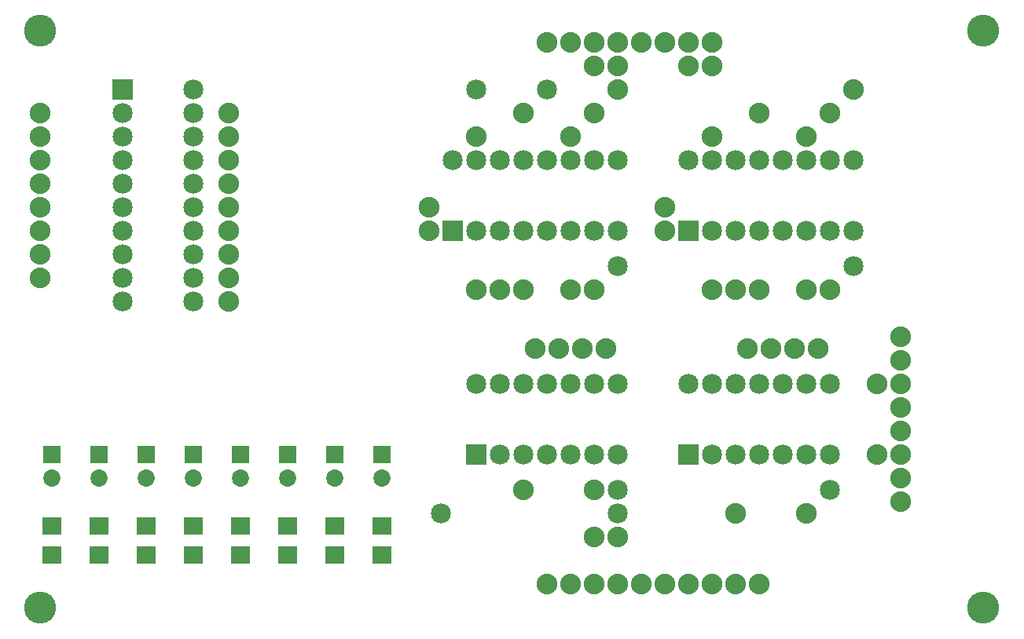
<source format=gbs>
G04 MADE WITH FRITZING*
G04 WWW.FRITZING.ORG*
G04 SINGLE SIDED*
G04 HOLES NOT PLATED*
G04 CONTOUR ON CENTER OF CONTOUR VECTOR*
%ASAXBY*%
%FSLAX23Y23*%
%MOIN*%
%OFA0B0*%
%SFA1.0B1.0*%
%ADD10C,0.135984*%
%ADD11C,0.085000*%
%ADD12C,0.088000*%
%ADD13C,0.072992*%
%ADD14R,0.085000X0.085000*%
%ADD15R,0.084803X0.072992*%
%ADD16R,0.072992X0.072992*%
%LNMASK0*%
G90*
G70*
G54D10*
X179Y144D03*
X4179Y144D03*
X179Y2594D03*
X4179Y2594D03*
G54D11*
X1929Y1744D03*
X1929Y2044D03*
X2029Y1744D03*
X2029Y2044D03*
X2129Y1744D03*
X2129Y2044D03*
X2229Y1744D03*
X2229Y2044D03*
X2329Y1744D03*
X2329Y2044D03*
X2429Y1744D03*
X2429Y2044D03*
X2529Y1744D03*
X2529Y2044D03*
X2629Y1744D03*
X2629Y2044D03*
X2929Y1744D03*
X2929Y2044D03*
X3029Y1744D03*
X3029Y2044D03*
X3129Y1744D03*
X3129Y2044D03*
X3229Y1744D03*
X3229Y2044D03*
X3329Y1744D03*
X3329Y2044D03*
X3429Y1744D03*
X3429Y2044D03*
X3529Y1744D03*
X3529Y2044D03*
X3629Y1744D03*
X3629Y2044D03*
X528Y2346D03*
X828Y2346D03*
X528Y2246D03*
X828Y2246D03*
X528Y2146D03*
X828Y2146D03*
X528Y2046D03*
X828Y2046D03*
X528Y1946D03*
X828Y1946D03*
X528Y1846D03*
X828Y1846D03*
X528Y1746D03*
X828Y1746D03*
X528Y1646D03*
X828Y1646D03*
X528Y1546D03*
X828Y1546D03*
X528Y1446D03*
X828Y1446D03*
X2928Y796D03*
X2928Y1096D03*
X3028Y796D03*
X3028Y1096D03*
X3128Y796D03*
X3128Y1096D03*
X3228Y796D03*
X3228Y1096D03*
X3328Y796D03*
X3328Y1096D03*
X3428Y796D03*
X3428Y1096D03*
X3528Y796D03*
X3528Y1096D03*
X2028Y796D03*
X2028Y1096D03*
X2128Y796D03*
X2128Y1096D03*
X2228Y796D03*
X2228Y1096D03*
X2328Y796D03*
X2328Y1096D03*
X2428Y796D03*
X2428Y1096D03*
X2528Y796D03*
X2528Y1096D03*
X2628Y796D03*
X2628Y1096D03*
X2029Y2344D03*
X2329Y2344D03*
G54D12*
X3229Y244D03*
X3129Y244D03*
X2528Y446D03*
X2628Y446D03*
X3629Y2344D03*
X3529Y2244D03*
X3229Y2244D03*
X3429Y2144D03*
X3029Y2144D03*
X2629Y2344D03*
X2529Y2244D03*
X2429Y2144D03*
X2229Y2244D03*
X2029Y2144D03*
X2829Y1744D03*
X2829Y1844D03*
X2929Y2444D03*
X3029Y2444D03*
X3128Y1496D03*
X3228Y1496D03*
X1829Y1744D03*
X1829Y1844D03*
X2128Y1496D03*
X2228Y1496D03*
X2529Y2444D03*
X2629Y2444D03*
X3528Y1496D03*
X2528Y1496D03*
X3178Y1246D03*
X3278Y1246D03*
X3378Y1246D03*
X3478Y1246D03*
X2278Y1246D03*
X2378Y1246D03*
X2478Y1246D03*
X2578Y1246D03*
G54D11*
X2628Y1596D03*
X3628Y1596D03*
X2628Y646D03*
X3528Y646D03*
X1877Y546D03*
X2628Y546D03*
G54D12*
X3428Y1496D03*
X3028Y1496D03*
X2428Y1496D03*
X2029Y1494D03*
X3428Y546D03*
X3128Y546D03*
X2528Y646D03*
X2228Y646D03*
X978Y2146D03*
X978Y2046D03*
X978Y1946D03*
X978Y1846D03*
X978Y1746D03*
X978Y1646D03*
X978Y1546D03*
X978Y1446D03*
X979Y2244D03*
X3729Y794D03*
X3729Y1094D03*
X2329Y244D03*
X2429Y244D03*
X2529Y244D03*
X2629Y244D03*
X2729Y244D03*
X2829Y244D03*
X2929Y244D03*
X3029Y244D03*
X2329Y2544D03*
X2429Y2544D03*
X2529Y2544D03*
X2629Y2544D03*
X2729Y2544D03*
X2829Y2544D03*
X2929Y2544D03*
X3029Y2544D03*
X179Y2244D03*
X179Y2144D03*
X179Y2044D03*
X179Y1944D03*
X179Y1844D03*
X179Y1744D03*
X179Y1644D03*
X179Y1544D03*
X3829Y1294D03*
X3829Y1194D03*
X3829Y1094D03*
X3829Y994D03*
X3829Y894D03*
X3829Y794D03*
X3829Y694D03*
X3829Y594D03*
G54D13*
X1028Y794D03*
X1028Y696D03*
X1228Y794D03*
X1228Y696D03*
X1628Y794D03*
X1628Y696D03*
X228Y794D03*
X228Y696D03*
X428Y794D03*
X428Y696D03*
X628Y794D03*
X628Y696D03*
X828Y794D03*
X828Y696D03*
X1428Y794D03*
X1428Y696D03*
G54D14*
X1929Y1744D03*
X2929Y1744D03*
X528Y2346D03*
X2928Y796D03*
X2028Y796D03*
G54D15*
X1628Y491D03*
X1628Y369D03*
X1428Y491D03*
X1428Y369D03*
X828Y491D03*
X828Y369D03*
X1028Y491D03*
X1028Y369D03*
X1228Y491D03*
X1228Y369D03*
X428Y491D03*
X428Y369D03*
X628Y491D03*
X628Y369D03*
X228Y491D03*
X228Y369D03*
G54D16*
X1028Y794D03*
X1228Y794D03*
X1628Y794D03*
X228Y794D03*
X428Y794D03*
X628Y794D03*
X828Y794D03*
X1428Y794D03*
G04 End of Mask0*
M02*
</source>
